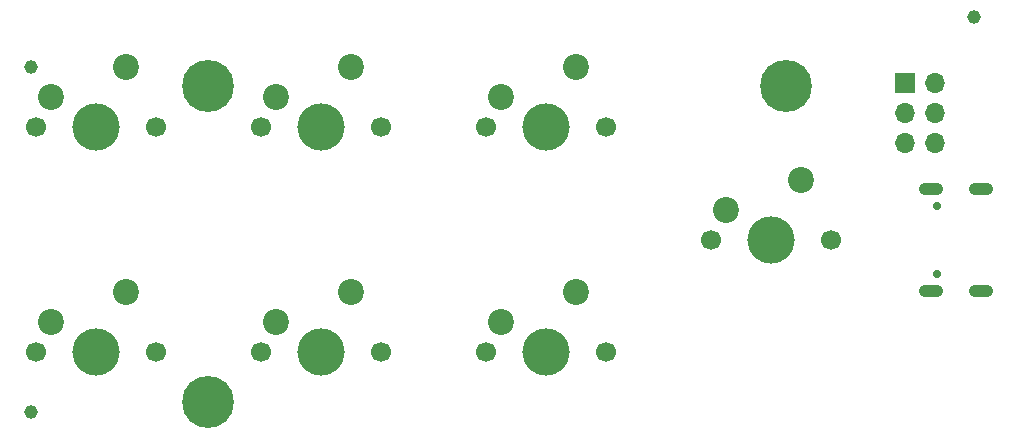
<source format=gbr>
%TF.GenerationSoftware,KiCad,Pcbnew,5.1.7-a382d34a8~88~ubuntu20.04.1*%
%TF.CreationDate,2021-03-24T20:19:51+01:00*%
%TF.ProjectId,launchpad,6c61756e-6368-4706-9164-2e6b69636164,rev?*%
%TF.SameCoordinates,Original*%
%TF.FileFunction,Soldermask,Bot*%
%TF.FilePolarity,Negative*%
%FSLAX46Y46*%
G04 Gerber Fmt 4.6, Leading zero omitted, Abs format (unit mm)*
G04 Created by KiCad (PCBNEW 5.1.7-a382d34a8~88~ubuntu20.04.1) date 2021-03-24 20:19:51*
%MOMM*%
%LPD*%
G01*
G04 APERTURE LIST*
%ADD10O,1.700000X1.700000*%
%ADD11R,1.700000X1.700000*%
%ADD12C,1.700000*%
%ADD13C,4.000000*%
%ADD14C,2.200000*%
%ADD15C,1.152000*%
%ADD16C,4.400000*%
%ADD17O,2.100000X1.050000*%
%ADD18C,0.700000*%
G04 APERTURE END LIST*
D10*
%TO.C,J2*%
X186636660Y-62931040D03*
X184096660Y-62931040D03*
X186636660Y-60391040D03*
X184096660Y-60391040D03*
X186636660Y-57851040D03*
D11*
X184096660Y-57851040D03*
%TD*%
D12*
%TO.C,SW0*%
X120650000Y-61595000D03*
X110490000Y-61595000D03*
D13*
X115570000Y-61595000D03*
D14*
X111760000Y-59055000D03*
X118110000Y-56515000D03*
%TD*%
D15*
%TO.C,REF\u002A\u002A*%
X189900000Y-52300000D03*
%TD*%
%TO.C,REF\u002A\u002A*%
X110103920Y-85682200D03*
%TD*%
%TO.C,REF\u002A\u002A*%
X110103920Y-56512080D03*
%TD*%
D16*
%TO.C,H3*%
X174058580Y-58070161D03*
%TD*%
%TO.C,H2*%
X125064520Y-58070161D03*
%TD*%
%TO.C,H1*%
X125064520Y-84825840D03*
%TD*%
D12*
%TO.C,SW6*%
X177800000Y-71120000D03*
X167640000Y-71120000D03*
D13*
X172720000Y-71120000D03*
D14*
X168910000Y-68580000D03*
X175260000Y-66040000D03*
%TD*%
D17*
%TO.C,J1*%
X186320000Y-75440000D03*
X186320000Y-66800000D03*
X190500000Y-75440000D03*
X190500000Y-66800000D03*
D18*
X186850000Y-74010000D03*
X186850000Y-68230000D03*
%TD*%
D12*
%TO.C,SW1*%
X120650000Y-80645000D03*
X110490000Y-80645000D03*
D13*
X115570000Y-80645000D03*
D14*
X111760000Y-78105000D03*
X118110000Y-75565000D03*
%TD*%
D12*
%TO.C,SW2*%
X139700000Y-61595000D03*
X129540000Y-61595000D03*
D13*
X134620000Y-61595000D03*
D14*
X130810000Y-59055000D03*
X137160000Y-56515000D03*
%TD*%
%TO.C,SW3*%
X137160000Y-75565000D03*
X130810000Y-78105000D03*
D13*
X134620000Y-80645000D03*
D12*
X129540000Y-80645000D03*
X139700000Y-80645000D03*
%TD*%
D14*
%TO.C,SW4*%
X156210000Y-56515000D03*
X149860000Y-59055000D03*
D13*
X153670000Y-61595000D03*
D12*
X148590000Y-61595000D03*
X158750000Y-61595000D03*
%TD*%
%TO.C,SW5*%
X158750000Y-80645000D03*
X148590000Y-80645000D03*
D13*
X153670000Y-80645000D03*
D14*
X149860000Y-78105000D03*
X156210000Y-75565000D03*
%TD*%
M02*

</source>
